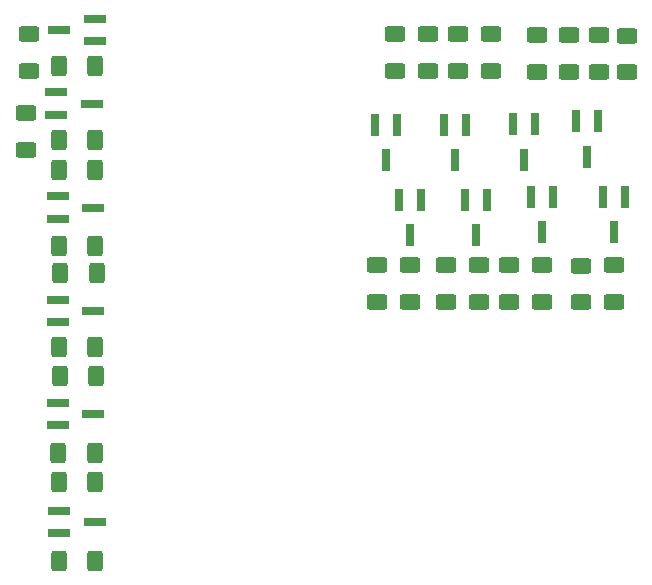
<source format=gbr>
%TF.GenerationSoftware,KiCad,Pcbnew,6.0.0*%
%TF.CreationDate,2022-04-09T16:35:21-03:00*%
%TF.ProjectId,cwc5.5,63776335-2e35-42e6-9b69-6361645f7063,rev?*%
%TF.SameCoordinates,Original*%
%TF.FileFunction,Paste,Top*%
%TF.FilePolarity,Positive*%
%FSLAX46Y46*%
G04 Gerber Fmt 4.6, Leading zero omitted, Abs format (unit mm)*
G04 Created by KiCad (PCBNEW 6.0.0) date 2022-04-09 16:35:21*
%MOMM*%
%LPD*%
G01*
G04 APERTURE LIST*
G04 Aperture macros list*
%AMRoundRect*
0 Rectangle with rounded corners*
0 $1 Rounding radius*
0 $2 $3 $4 $5 $6 $7 $8 $9 X,Y pos of 4 corners*
0 Add a 4 corners polygon primitive as box body*
4,1,4,$2,$3,$4,$5,$6,$7,$8,$9,$2,$3,0*
0 Add four circle primitives for the rounded corners*
1,1,$1+$1,$2,$3*
1,1,$1+$1,$4,$5*
1,1,$1+$1,$6,$7*
1,1,$1+$1,$8,$9*
0 Add four rect primitives between the rounded corners*
20,1,$1+$1,$2,$3,$4,$5,0*
20,1,$1+$1,$4,$5,$6,$7,0*
20,1,$1+$1,$6,$7,$8,$9,0*
20,1,$1+$1,$8,$9,$2,$3,0*%
G04 Aperture macros list end*
%ADD10RoundRect,0.250000X-0.625000X0.400000X-0.625000X-0.400000X0.625000X-0.400000X0.625000X0.400000X0*%
%ADD11R,0.800000X1.900000*%
%ADD12R,1.900000X0.800000*%
%ADD13RoundRect,0.250000X0.400000X0.625000X-0.400000X0.625000X-0.400000X-0.625000X0.400000X-0.625000X0*%
G04 APERTURE END LIST*
D10*
%TO.C,R13*%
X41910000Y-6578000D03*
X41910000Y-9678000D03*
%TD*%
D11*
%TO.C,Q7*%
X45654000Y-14186000D03*
X43754000Y-14186000D03*
X44704000Y-17186000D03*
%TD*%
D12*
%TO.C,U3*%
X5250000Y-29050000D03*
X5250000Y-30950000D03*
X8250000Y-30000000D03*
%TD*%
%TO.C,U6*%
X8358000Y-7147600D03*
X8358000Y-5247600D03*
X5358000Y-6197600D03*
%TD*%
D10*
%TO.C,R17*%
X38100000Y-26136000D03*
X38100000Y-29236000D03*
%TD*%
%TO.C,R7*%
X48514000Y-6680000D03*
X48514000Y-9780000D03*
%TD*%
%TO.C,R10*%
X45820000Y-6640000D03*
X45820000Y-9740000D03*
%TD*%
D13*
%TO.C,R83*%
X8382000Y-42000000D03*
X5282000Y-42000000D03*
%TD*%
%TO.C,R75*%
X8408000Y-9296400D03*
X5308000Y-9296400D03*
%TD*%
D10*
%TO.C,R1*%
X53410000Y-6710000D03*
X53410000Y-9810000D03*
%TD*%
%TO.C,R23*%
X32258000Y-26136000D03*
X32258000Y-29236000D03*
%TD*%
D11*
%TO.C,Q13*%
X36002000Y-20598000D03*
X34102000Y-20598000D03*
X35052000Y-23598000D03*
%TD*%
D10*
%TO.C,R16*%
X39116000Y-6578000D03*
X39116000Y-9678000D03*
%TD*%
D13*
%TO.C,R86*%
X8408000Y-51155600D03*
X5308000Y-51155600D03*
%TD*%
D11*
%TO.C,Q3*%
X50988000Y-13956000D03*
X49088000Y-13956000D03*
X50038000Y-16956000D03*
%TD*%
D12*
%TO.C,U2*%
X5250000Y-20300000D03*
X5250000Y-22200000D03*
X8250000Y-21250000D03*
%TD*%
D11*
%TO.C,Q5*%
X47178000Y-20344000D03*
X45278000Y-20344000D03*
X46228000Y-23344000D03*
%TD*%
D12*
%TO.C,U5*%
X5358000Y-46903600D03*
X5358000Y-48803600D03*
X8358000Y-47853600D03*
%TD*%
D10*
%TO.C,R4*%
X51030000Y-6680000D03*
X51030000Y-9780000D03*
%TD*%
%TO.C,R8*%
X46228000Y-26136000D03*
X46228000Y-29236000D03*
%TD*%
D12*
%TO.C,U1*%
X5104000Y-11496000D03*
X5104000Y-13396000D03*
X8104000Y-12446000D03*
%TD*%
D13*
%TO.C,R80*%
X8408000Y-33070800D03*
X5308000Y-33070800D03*
%TD*%
D10*
%TO.C,R90*%
X2794000Y-6552000D03*
X2794000Y-9652000D03*
%TD*%
D11*
%TO.C,Q9*%
X41590000Y-20598000D03*
X39690000Y-20598000D03*
X40640000Y-23598000D03*
%TD*%
D10*
%TO.C,R19*%
X36576000Y-6578000D03*
X36576000Y-9678000D03*
%TD*%
%TO.C,R20*%
X35052000Y-26136000D03*
X35052000Y-29236000D03*
%TD*%
%TO.C,R11*%
X43434000Y-26136000D03*
X43434000Y-29236000D03*
%TD*%
D13*
%TO.C,R77*%
X8408000Y-24500000D03*
X5308000Y-24500000D03*
%TD*%
%TO.C,R78*%
X8408000Y-18034000D03*
X5308000Y-18034000D03*
%TD*%
%TO.C,R81*%
X8550000Y-26822400D03*
X5450000Y-26822400D03*
%TD*%
D10*
%TO.C,R2*%
X52324000Y-26136000D03*
X52324000Y-29236000D03*
%TD*%
%TO.C,R76*%
X2540000Y-13250000D03*
X2540000Y-16350000D03*
%TD*%
D11*
%TO.C,Q1*%
X53274000Y-20344000D03*
X51374000Y-20344000D03*
X52324000Y-23344000D03*
%TD*%
%TO.C,Q15*%
X33970000Y-14248000D03*
X32070000Y-14248000D03*
X33020000Y-17248000D03*
%TD*%
D13*
%TO.C,R84*%
X8500000Y-35500000D03*
X5400000Y-35500000D03*
%TD*%
%TO.C,R74*%
X8408000Y-15494000D03*
X5308000Y-15494000D03*
%TD*%
D10*
%TO.C,R14*%
X40894000Y-26136000D03*
X40894000Y-29236000D03*
%TD*%
D11*
%TO.C,Q11*%
X39812000Y-14248000D03*
X37912000Y-14248000D03*
X38862000Y-17248000D03*
%TD*%
D10*
%TO.C,R5*%
X49530000Y-26162000D03*
X49530000Y-29262000D03*
%TD*%
D12*
%TO.C,U4*%
X5250000Y-37759600D03*
X5250000Y-39659600D03*
X8250000Y-38709600D03*
%TD*%
D13*
%TO.C,R87*%
X8408000Y-44450000D03*
X5308000Y-44450000D03*
%TD*%
D10*
%TO.C,R22*%
X33782000Y-6578000D03*
X33782000Y-9678000D03*
%TD*%
M02*

</source>
